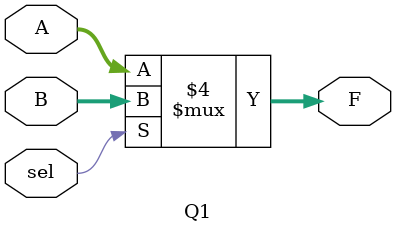
<source format=v>
`timescale 1ns / 1ps
module Q1(F, A, B, sel);
    input [31:0] A, B;
    input sel;
    output [31:0] F;
    reg [31:0] F;
    
    always @(A, B, sel)
    begin
        if (sel == 0) F = A;
        else F = B;
    end
endmodule

</source>
